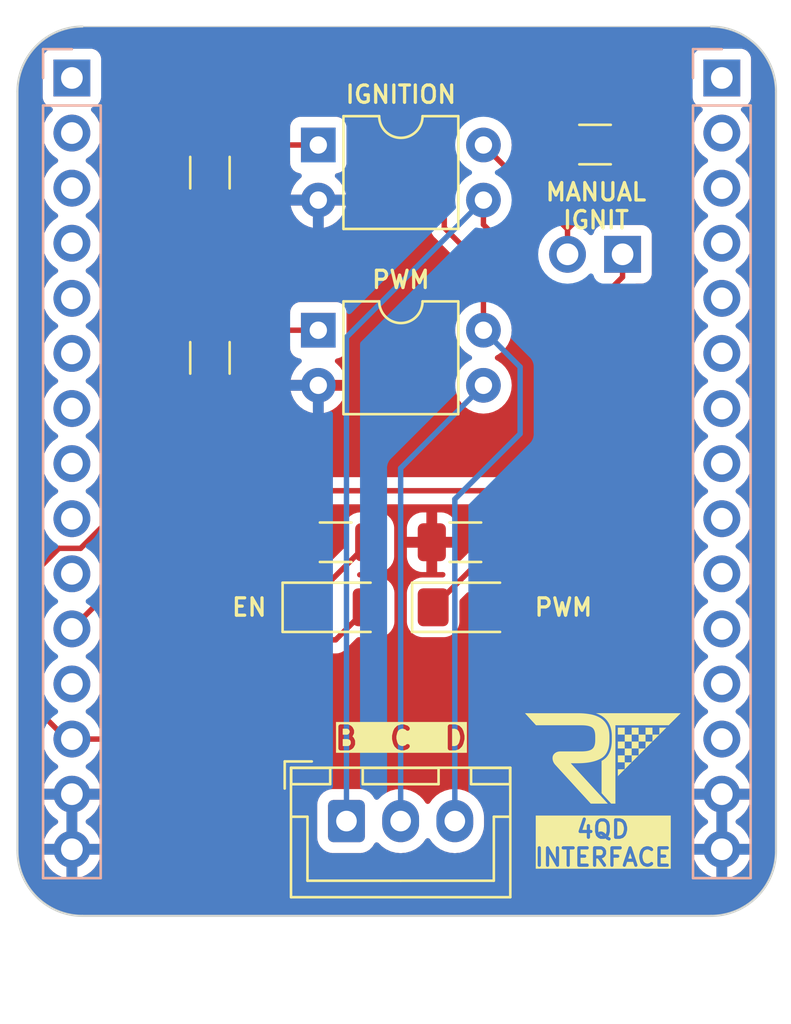
<source format=kicad_pcb>
(kicad_pcb (version 20221018) (generator pcbnew)
  (layers (0 "F.Cu" signal) (31 "B.Cu" signal) (34 "B.Paste" user) (35 "F.Paste" user) (36 "B.SilkS" user "B.Silkscreen") (37 "F.SilkS" user "F.Silkscreen") (38 "B.Mask" user) (39 "F.Mask" user) (44 "Edge.Cuts" user))
  (net 0 "")
  (net 1 "Net-(D1-K)")
  (net 2 "PWM")
  (net 3 "Net-(D2-K)")
  (net 4 "EN")
  (net 5 "/B")
  (net 6 "Net-(J3-Pin_2)")
  (net 7 "/C")
  (net 8 "/D")
  (net 9 "Net-(R1-Pad2)")
  (net 10 "Net-(R2-Pad2)")
  (net 11 "GND")
  (footprint "Resistor_SMD:R_1206_3216Metric_Pad1.30x1.75mm_HandSolder" (layer "F.Cu") (at 127.105 56.91 90)
    (fp_text reference "R1" hide)
    (fp_text value "1k" hide)
    (fp_line (start -0.727064 -0.91) (end 0.727064 -0.91) (stroke (width 0.12)) (layer "F.SilkS"))
    (fp_line (start -0.727064 0.91) (end 0.727064 0.91) (stroke (width 0.12)) (layer "F.SilkS"))
    (pad "1" smd roundrect (at -1.55 0 90) (size 1.3 1.75) (layers "F.Cu" "F.Paste" "F.Mask") (roundrect_rratio 0.1923076923) (net 4 "EN"))
    (pad "2" smd roundrect (at 1.55 0 90) (size 1.3 1.75) (layers "F.Cu" "F.Paste" "F.Mask") (roundrect_rratio 0.1923076923) (net 9 "Net-(R1-Pad2)"))
  )
  (footprint "RaceTrackr:RaceTrackr Interface Board Reference" (layer "F.Cu") (at 135.83632 92.83632)
    (fp_text reference "U3" hide)
    (fp_text value "~")
    (fp_line (start -16.43132 -41.62132) (end -16.43132 -40.29132) (stroke (width 0.12)) (layer "B.SilkS"))
    (fp_line (start -16.43132 -39.02132) (end -16.43132 -3.40132) (stroke (width 0.12)) (layer "B.SilkS"))
    (fp_line (start -15.10132 -41.62132) (end -16.43132 -41.62132) (stroke (width 0.12)) (layer "B.SilkS"))
    (fp_line (start -13.77132 -39.02132) (end -16.43132 -39.02132) (stroke (width 0.12)) (layer "B.SilkS"))
    (fp_line (start -13.77132 -39.02132) (end -13.77132 -3.40132) (stroke (width 0.12)) (layer "B.SilkS"))
    (fp_line (start -13.77132 -3.40132) (end -16.43132 -3.40132) (stroke (width 0.12)) (layer "B.SilkS"))
    (fp_line (start 13.55868 -41.62132) (end 13.55868 -40.29132) (stroke (width 0.12)) (layer "B.SilkS"))
    (fp_line (start 13.55868 -39.02132) (end 13.55868 -3.40132) (stroke (width 0.12)) (layer "B.SilkS"))
    (fp_line (start 14.88868 -41.62132) (end 13.55868 -41.62132) (stroke (width 0.12)) (layer "B.SilkS"))
    (fp_line (start 16.21868 -39.02132) (end 13.55868 -39.02132) (stroke (width 0.12)) (layer "B.SilkS"))
    (fp_line (start 16.21868 -39.02132) (end 16.21868 -3.40132) (stroke (width 0.12)) (layer "B.SilkS"))
    (fp_line (start 16.21868 -3.40132) (end 13.55868 -3.40132) (stroke (width 0.12)) (layer "B.SilkS"))
    (fp_line (start -17.61132 -39.66132) (end -17.61132 -4.66132) (stroke (width 0.1)) (layer "Edge.Cuts"))
    (fp_line (start -14.61132 -42.66132) (end 14.38868 -42.66132) (stroke (width 0.05)) (layer "Edge.Cuts"))
    (fp_line (start -14.61132 -1.66132) (end 14.38868 -1.66132) (stroke (width 0.1)) (layer "Edge.Cuts"))
    (fp_line (start 17.38868 -4.66132) (end 17.38868 -39.66132) (stroke (width 0.1)) (layer "Edge.Cuts"))
    (fp_arc (start -17.61132 -39.66132) (mid -16.73264 -41.78264) (end -14.61132 -42.66132) (stroke (width 0.1)) (layer "Edge.Cuts"))
    (fp_arc (start -14.61132 -1.66132) (mid -16.73264 -2.54) (end -17.61132 -4.66132) (stroke (width 0.1)) (layer "Edge.Cuts"))
    (fp_arc (start 14.38868 -42.66132) (mid 16.51 -41.78264) (end 17.38868 -39.66132) (stroke (width 0.1)) (layer "Edge.Cuts"))
    (fp_arc (start 17.38868 -4.66132) (mid 16.51 -2.54) (end 14.38868 -1.66132) (stroke (width 0.1)) (layer "Edge.Cuts"))
    (pad "1" thru_hole rect (at -15.10132 -40.29132 180) (size 1.7 1.7) (drill 1) (layers "*.Cu" "*.Mask"))
    (pad "2" thru_hole oval (at -15.10132 -37.75132 180) (size 1.7 1.7) (drill 1) (layers "*.Cu" "*.Mask"))
    (pad "3" thru_hole oval (at -15.10132 -35.21132 180) (size 1.7 1.7) (drill 1) (layers "*.Cu" "*.Mask"))
    (pad "4" thru_hole oval (at -15.10132 -32.67132 180) (size 1.7 1.7) (drill 1) (layers "*.Cu" "*.Mask"))
    (pad "5" thru_hole oval (at -15.10132 -30.13132 180) (size 1.7 1.7) (drill 1) (layers "*.Cu" "*.Mask"))
    (pad "6" thru_hole oval (at -15.10132 -27.59132 180) (size 1.7 1.7) (drill 1) (layers "*.Cu" "*.Mask"))
    (pad "7" thru_hole oval (at -15.10132 -25.05132 180) (size 1.7 1.7) (drill 1) (layers "*.Cu" "*.Mask"))
    (pad "8" thru_hole oval (at -15.10132 -22.51132 180) (size 1.7 1.7) (drill 1) (layers "*.Cu" "*.Mask"))
    (pad "9" thru_hole oval (at -15.10132 -19.97132 180) (size 1.7 1.7) (drill 1) (layers "*.Cu" "*.Mask"))
    (pad "10" thru_hole oval (at -15.10132 -17.43132 180) (size 1.7 1.7) (drill 1) (layers "*.Cu" "*.Mask"))
    (pad "11" thru_hole oval (at -15.10132 -14.89132 180) (size 1.7 1.7) (drill 1) (layers "*.Cu" "*.Mask") (net 2 "PWM"))
    (pad "12" thru_hole oval (at -15.10132 -12.35132 180) (size 1.7 1.7) (drill 1) (layers "*.Cu" "*.Mask"))
    (pad "13" thru_hole oval (at -15.10132 -9.81132 180) (size 1.7 1.7) (drill 1) (layers "*.Cu" "*.Mask") (net 4 "EN"))
    (pad "14" thru_hole oval (at -15.10132 -7.27132 180) (size 1.7 1.7) (drill 1) (layers "*.Cu" "*.Mask") (net 11 "GND"))
    (pad "15" thru_hole oval (at -15.10132 -4.73132 180) (size 1.7 1.7) (drill 1) (layers "*.Cu" "*.Mask") (net 11 "GND"))
    (pad "16" thru_hole oval (at 14.88868 -4.73132 180) (size 1.7 1.7) (drill 1) (layers "*.Cu" "*.Mask") (net 11 "GND"))
    (pad "17" thru_hole oval (at 14.88868 -7.27132 180) (size 1.7 1.7) (drill 1) (layers "*.Cu" "*.Mask") (net 11 "GND"))
    (pad "18" thru_hole oval (at 14.88868 -9.81132 180) (size 1.7 1.7) (drill 1) (layers "*.Cu" "*.Mask"))
    (pad "19" thru_hole oval (at 14.88868 -12.35132 180) (size 1.7 1.7) (drill 1) (layers "*.Cu" "*.Mask"))
    (pad "20" thru_hole oval (at 14.88868 -14.89132 180) (size 1.7 1.7) (drill 1) (layers "*.Cu" "*.Mask"))
    (pad "21" thru_hole oval (at 14.88868 -17.43132 180) (size 1.7 1.7) (drill 1) (layers "*.Cu" "*.Mask"))
    (pad "22" thru_hole oval (at 14.88868 -19.97132 180) (size 1.7 1.7) (drill 1) (layers "*.Cu" "*.Mask"))
    (pad "23" thru_hole oval (at 14.88868 -22.51132 180) (size 1.7 1.7) (drill 1) (layers "*.Cu" "*.Mask"))
    (pad "24" thru_hole oval (at 14.88868 -25.05132 180) (size 1.7 1.7) (drill 1) (layers "*.Cu" "*.Mask"))
    (pad "25" thru_hole oval (at 14.88868 -27.59132 180) (size 1.7 1.7) (drill 1) (layers "*.Cu" "*.Mask"))
    (pad "26" thru_hole oval (at 14.88868 -30.13132 180) (size 1.7 1.7) (drill 1) (layers "*.Cu" "*.Mask"))
    (pad "27" thru_hole oval (at 14.88868 -32.67132 180) (size 1.7 1.7) (drill 1) (layers "*.Cu" "*.Mask"))
    (pad "28" thru_hole oval (at 14.88868 -35.21132 180) (size 1.7 1.7) (drill 1) (layers "*.Cu" "*.Mask"))
    (pad "29" thru_hole oval (at 14.88868 -37.75132 180) (size 1.7 1.7) (drill 1) (layers "*.Cu" "*.Mask"))
    (pad "30" thru_hole rect (at 14.88868 -40.29132 180) (size 1.7 1.7) (drill 1) (layers "*.Cu" "*.Mask"))
  )
  (footprint "Package_DIP:DIP-4_W7.62mm" (layer "F.Cu") (at 132.105 55.635)
    (fp_text reference "IGNITION" (at 3.81 -2.33) (layer "F.SilkS") (effects (font (size 0.8 0.8))))
    (fp_text value "PC817" hide)
    (fp_line (start 1.16 -1.33) (end 1.16 3.87) (stroke (width 0.12)) (layer "F.SilkS"))
    (fp_line (start 1.16 3.87) (end 6.46 3.87) (stroke (width 0.12)) (layer "F.SilkS"))
    (fp_line (start 2.81 -1.33) (end 1.16 -1.33) (stroke (width 0.12)) (layer "F.SilkS"))
    (fp_line (start 6.46 -1.33) (end 4.81 -1.33) (stroke (width 0.12)) (layer "F.SilkS"))
    (fp_line (start 6.46 3.87) (end 6.46 -1.33) (stroke (width 0.12)) (layer "F.SilkS"))
    (fp_arc (start 4.81 -1.33) (mid 3.81 -0.33) (end 2.81 -1.33) (stroke (width 0.12)) (layer "F.SilkS"))
    (pad "1" thru_hole rect (at 0 0) (size 1.6 1.6) (drill 0.8) (layers "*.Cu" "*.Mask") (net 9 "Net-(R1-Pad2)"))
    (pad "2" thru_hole oval (at 0 2.54) (size 1.6 1.6) (drill 0.8) (layers "*.Cu" "*.Mask") (net 11 "GND"))
    (pad "3" thru_hole oval (at 7.62 2.54) (size 1.6 1.6) (drill 0.8) (layers "*.Cu" "*.Mask") (net 5 "/B"))
    (pad "4" thru_hole oval (at 7.62 0) (size 1.6 1.6) (drill 0.8) (layers "*.Cu" "*.Mask") (net 6 "Net-(J3-Pin_2)"))
  )
  (footprint "Resistor_SMD:R_1206_3216Metric_Pad1.30x1.75mm_HandSolder" (layer "F.Cu") (at 144.875 55.615)
    (fp_text reference "R3" hide)
    (fp_text value "10k" hide)
    (fp_line (start -0.727064 -0.91) (end 0.727064 -0.91) (stroke (width 0.12)) (layer "F.SilkS"))
    (fp_line (start -0.727064 0.91) (end 0.727064 0.91) (stroke (width 0.12)) (layer "F.SilkS"))
    (pad "1" smd roundrect (at -1.55 0) (size 1.3 1.75) (layers "F.Cu" "F.Paste" "F.Mask") (roundrect_rratio 0.1923076923) (net 8 "/D"))
    (pad "2" smd roundrect (at 1.55 0) (size 1.3 1.75) (layers "F.Cu" "F.Paste" "F.Mask") (roundrect_rratio 0.1923076923) (net 6 "Net-(J3-Pin_2)"))
  )
  (footprint "Connector_PinHeader_2.54mm:PinHeader_1x02_P2.54mm_Horizontal" (layer "F.Cu") (at 146.145 60.675 -90)
    (fp_text reference "J3" hide)
    (fp_text value "IGNITION SWITCH" hide)
    (pad "1" thru_hole rect (at 0 0 270) (size 1.7 1.7) (drill 1) (layers "*.Cu" "*.Mask") (net 5 "/B"))
    (pad "2" thru_hole oval (at 0 2.54 270) (size 1.7 1.7) (drill 1) (layers "*.Cu" "*.Mask") (net 6 "Net-(J3-Pin_2)"))
  )
  (footprint "Resistor_SMD:R_1206_3216Metric_Pad1.30x1.75mm_HandSolder" (layer "F.Cu") (at 138.8925 73.95)
    (fp_text reference "R4" hide)
    (fp_text value "10k" hide)
    (fp_line (start -0.727064 -0.91) (end 0.727064 -0.91) (stroke (width 0.12)) (layer "F.SilkS"))
    (fp_line (start -0.727064 0.91) (end 0.727064 0.91) (stroke (width 0.12)) (layer "F.SilkS"))
    (pad "1" smd roundrect (at -1.55 0) (size 1.3 1.75) (layers "F.Cu" "F.Paste" "F.Mask") (roundrect_rratio 0.1923076923) (net 11 "GND"))
    (pad "2" smd roundrect (at 1.55 0) (size 1.3 1.75) (layers "F.Cu" "F.Paste" "F.Mask") (roundrect_rratio 0.1923076923) (net 1 "Net-(D1-K)"))
  )
  (footprint "Resistor_SMD:R_1206_3216Metric_Pad1.30x1.75mm_HandSolder" (layer "F.Cu") (at 132.905 73.95)
    (fp_text reference "R5" hide)
    (fp_text value "10k" hide)
    (fp_line (start -0.727064 -0.91) (end 0.727064 -0.91) (stroke (width 0.12)) (layer "F.SilkS"))
    (fp_line (start -0.727064 0.91) (end 0.727064 0.91) (stroke (width 0.12)) (layer "F.SilkS"))
    (pad "1" smd roundrect (at -1.55 0) (size 1.3 1.75) (layers "F.Cu" "F.Paste" "F.Mask") (roundrect_rratio 0.1923076923) (net 11 "GND"))
    (pad "2" smd roundrect (at 1.55 0) (size 1.3 1.75) (layers "F.Cu" "F.Paste" "F.Mask") (roundrect_rratio 0.1923076923) (net 3 "Net-(D2-K)"))
  )
  (footprint "Connector_JST:JST_XH_B3B-XH-A_1x03_P2.50mm_Vertical" (layer "F.Cu") (at 133.405 86.805)
    (fp_text reference "J4" hide)
    (fp_text value "Conn_01x03_Pin" hide)
    (fp_line (start -2.85 -2.75) (end -2.85 -1.5) (stroke (width 0.12)) (layer "F.SilkS"))
    (fp_line (start -2.56 -2.46) (end -2.56 3.51) (stroke (width 0.12)) (layer "F.SilkS"))
    (fp_line (start -2.56 3.51) (end 7.56 3.51) (stroke (width 0.12)) (layer "F.SilkS"))
    (fp_line (start -2.55 -2.45) (end -2.55 -1.7) (stroke (width 0.12)) (layer "F.SilkS"))
    (fp_line (start -2.55 -1.7) (end -0.75 -1.7) (stroke (width 0.12)) (layer "F.SilkS"))
    (fp_line (start -2.55 -0.2) (end -1.8 -0.2) (stroke (width 0.12)) (layer "F.SilkS"))
    (fp_line (start -1.8 -0.2) (end -1.8 2.75) (stroke (width 0.12)) (layer "F.SilkS"))
    (fp_line (start -1.8 2.75) (end 2.5 2.75) (stroke (width 0.12)) (layer "F.SilkS"))
    (fp_line (start -1.6 -2.75) (end -2.85 -2.75) (stroke (width 0.12)) (layer "F.SilkS"))
    (fp_line (start -0.75 -2.45) (end -2.55 -2.45) (stroke (width 0.12)) (layer "F.SilkS"))
    (fp_line (start -0.75 -1.7) (end -0.75 -2.45) (stroke (width 0.12)) (layer "F.SilkS"))
    (fp_line (start 0.75 -2.45) (end 0.75 -1.7) (stroke (width 0.12)) (layer "F.SilkS"))
    (fp_line (start 0.75 -1.7) (end 4.25 -1.7) (stroke (width 0.12)) (layer "F.SilkS"))
    (fp_line (start 4.25 -2.45) (end 0.75 -2.45) (stroke (width 0.12)) (layer "F.SilkS"))
    (fp_line (start 4.25 -1.7) (end 4.25 -2.45) (stroke (width 0.12)) (layer "F.SilkS"))
    (fp_line (start 5.75 -2.45) (end 5.75 -1.7) (stroke (width 0.12)) (layer "F.SilkS"))
    (fp_line (start 5.75 -1.7) (end 7.55 -1.7) (stroke (width 0.12)) (layer "F.SilkS"))
    (fp_line (start 6.8 -0.2) (end 6.8 2.75) (stroke (width 0.12)) (layer "F.SilkS"))
    (fp_line (start 6.8 2.75) (end 2.5 2.75) (stroke (width 0.12)) (layer "F.SilkS"))
    (fp_line (start 7.55 -2.45) (end 5.75 -2.45) (stroke (width 0.12)) (layer "F.SilkS"))
    (fp_line (start 7.55 -1.7) (end 7.55 -2.45) (stroke (width 0.12)) (layer "F.SilkS"))
    (fp_line (start 7.55 -0.2) (end 6.8 -0.2) (stroke (width 0.12)) (layer "F.SilkS"))
    (fp_line (start 7.56 -2.46) (end -2.56 -2.46) (stroke (width 0.12)) (layer "F.SilkS"))
    (fp_line (start 7.56 3.51) (end 7.56 -2.46) (stroke (width 0.12)) (layer "F.SilkS"))
    (pad "1" thru_hole roundrect (at 0 0) (size 1.7 1.95) (drill 0.95) (layers "*.Cu" "*.Mask") (roundrect_rratio 0.1470588235) (net 5 "/B"))
    (pad "2" thru_hole oval (at 2.5 0) (size 1.7 1.95) (drill 0.95) (layers "*.Cu" "*.Mask") (net 7 "/C"))
    (pad "3" thru_hole oval (at 5 0) (size 1.7 1.95) (drill 0.95) (layers "*.Cu" "*.Mask") (net 8 "/D"))
  )
  (footprint "LED_SMD:LED_1206_3216Metric_Pad1.42x1.75mm_HandSolder" (layer "F.Cu") (at 132.9175 76.95)
    (fp_text reference "D2" hide)
    (fp_text value "RED" hide)
    (fp_line (start -2.46 -1.135) (end -2.46 1.135) (stroke (width 0.12)) (layer "F.SilkS"))
    (fp_line (start -2.46 1.135) (end 1.6 1.135) (stroke (width 0.12)) (layer "F.SilkS"))
    (fp_line (start 1.6 -1.135) (end -2.46 -1.135) (stroke (width 0.12)) (layer "F.SilkS"))
    (pad "1" smd roundrect (at -1.4875 0) (size 1.425 1.75) (layers "F.Cu" "F.Paste" "F.Mask") (roundrect_rratio 0.1754392982) (net 3 "Net-(D2-K)"))
    (pad "2" smd roundrect (at 1.4875 0) (size 1.425 1.75) (layers "F.Cu" "F.Paste" "F.Mask") (roundrect_rratio 0.1754392982) (net 4 "EN"))
  )
  (footprint "Resistor_SMD:R_1206_3216Metric_Pad1.30x1.75mm_HandSolder" (layer "F.Cu") (at 127.105 65.45 90)
    (fp_text reference "R2" hide)
    (fp_text value "1k" hide)
    (fp_line (start -0.727064 -0.91) (end 0.727064 -0.91) (stroke (width 0.12)) (layer "F.SilkS"))
    (fp_line (start -0.727064 0.91) (end 0.727064 0.91) (stroke (width 0.12)) (layer "F.SilkS"))
    (pad "1" smd roundrect (at -1.55 0 90) (size 1.3 1.75) (layers "F.Cu" "F.Paste" "F.Mask") (roundrect_rratio 0.1923076923) (net 2 "PWM"))
    (pad "2" smd roundrect (at 1.55 0 90) (size 1.3 1.75) (layers "F.Cu" "F.Paste" "F.Mask") (roundrect_rratio 0.1923076923) (net 10 "Net-(R2-Pad2)"))
  )
  (footprint "Package_DIP:DIP-4_W7.62mm" (layer "F.Cu") (at 132.105 64.175)
    (fp_text reference "PWM" (at 3.81 -2.33) (layer "F.SilkS") (effects (font (size 0.8 0.8))))
    (fp_text value "PC817" hide)
    (fp_line (start 1.16 -1.33) (end 1.16 3.87) (stroke (width 0.12)) (layer "F.SilkS"))
    (fp_line (start 1.16 3.87) (end 6.46 3.87) (stroke (width 0.12)) (layer "F.SilkS"))
    (fp_line (start 2.81 -1.33) (end 1.16 -1.33) (stroke (width 0.12)) (layer "F.SilkS"))
    (fp_line (start 6.46 -1.33) (end 4.81 -1.33) (stroke (width 0.12)) (layer "F.SilkS"))
    (fp_line (start 6.46 3.87) (end 6.46 -1.33) (stroke (width 0.12)) (layer "F.SilkS"))
    (fp_arc (start 4.81 -1.33) (mid 3.81 -0.33) (end 2.81 -1.33) (stroke (width 0.12)) (layer "F.SilkS"))
    (pad "1" thru_hole rect (at 0 0) (size 1.6 1.6) (drill 0.8) (layers "*.Cu" "*.Mask") (net 10 "Net-(R2-Pad2)"))
    (pad "2" thru_hole oval (at 0 2.54) (size 1.6 1.6) (drill 0.8) (layers "*.Cu" "*.Mask") (net 11 "GND"))
    (pad "3" thru_hole oval (at 7.62 2.54) (size 1.6 1.6) (drill 0.8) (layers "*.Cu" "*.Mask") (net 7 "/C"))
    (pad "4" thru_hole oval (at 7.62 0) (size 1.6 1.6) (drill 0.8) (layers "*.Cu" "*.Mask") (net 8 "/D"))
  )
  (footprint "LED_SMD:LED_1206_3216Metric_Pad1.42x1.75mm_HandSolder" (layer "F.Cu") (at 138.8925 76.95)
    (fp_text reference "D1" hide)
    (fp_text value "RED" hide)
    (fp_line (start -2.46 -1.135) (end -2.46 1.135) (stroke (width 0.12)) (layer "F.SilkS"))
    (fp_line (start -2.46 1.135) (end 1.6 1.135) (stroke (width 0.12)) (layer "F.SilkS"))
    (fp_line (start 1.6 -1.135) (end -2.46 -1.135) (stroke (width 0.12)) (layer "F.SilkS"))
    (pad "1" smd roundrect (at -1.4875 0) (size 1.425 1.75) (layers "F.Cu" "F.Paste" "F.Mask") (roundrect_rratio 0.1754392982) (net 1 "Net-(D1-K)"))
    (pad "2" smd roundrect (at 1.4875 0) (size 1.425 1.75) (layers "F.Cu" "F.Paste" "F.Mask") (roundrect_rratio 0.1754392982) (net 2 "PWM"))
  )
  (gr_poly (pts (xy 146.246272 82.81878) (xy 145.926602 82.81878) (xy 145.926602 82.49911) (xy 146.246272 82.49911)) (fill solid) (layer "F.SilkS"))
  (gr_poly (pts (xy 147.52458 83.138264) (xy 147.52458 82.818595) (xy 147.844249 82.818595)) (fill solid) (layer "F.SilkS"))
  (gr_poly (pts (xy 147.844249 82.818595) (xy 147.844249 82.49911) (xy 148.163734 82.49911)) (fill solid) (layer "F.SilkS"))
  (gr_poly (pts (xy 146.565756 83.777603) (xy 146.246087 83.777603) (xy 146.246087 83.457934) (xy 146.565756 83.457934)) (fill solid) (layer "F.SilkS"))
  (gr_poly (pts (xy 146.885426 82.81878) (xy 146.565756 82.81878) (xy 146.565756 82.49911) (xy 146.885426 82.49911)) (fill solid) (layer "F.SilkS"))
  (gr_poly (pts (xy 146.565756 83.138264) (xy 146.246087 83.138264) (xy 146.246087 82.818595) (xy 146.565756 82.818595)) (fill solid) (layer "F.SilkS"))
  (gr_poly (pts (xy 148.274674 82.3878) (xy 148.180217 82.38817) (xy 145.815107 82.38817) (xy 145.815107 86.001029) (xy 145.61786 86.001029) (xy 145.548592 85.925835) (xy 145.175953 85.520413) (xy 145.175953 84.029672) (xy 145.179951 84.02755) (xy 145.18401 84.025479) (xy 145.192205 84.021407) (xy 145.19629 84.019368) (xy 145.200331 84.0173) (xy 145.204303 84.015185) (xy 145.208179 84.013003) (xy 145.26149 83.979592) (xy 145.311405 83.942638) (xy 145.357917 83.902156) (xy 145.401022 83.858157) (xy 145.440712 83.810656) (xy 145.476982 83.759664) (xy 145.509827 83.705195) (xy 145.539239 83.647263) (xy 145.565214 83.585879) (xy 145.587744 83.521058) (xy 145.606825 83.452812) (xy 145.62245 83.381153) (xy 145.634613 83.306096) (xy 145.643308 83.227653) (xy 145.64853 83.145837) (xy 145.650272 83.060662) (xy 145.650272 82.910643) (xy 145.649797 82.868261) (xy 145.648372 82.826685) (xy 145.645999 82.785926) (xy 145.642678 82.74599) (xy 145.638411 82.706887) (xy 145.633199 82.668624) (xy 145.627043 82.63121) (xy 145.619944 82.594655) (xy 145.611903 82.558965) (xy 145.60292 82.524149) (xy 145.592999 82.490216) (xy 145.582138 82.457175) (xy 145.57034 82.425033) (xy 145.557605 82.393799) (xy 145.543935 82.363482) (xy 145.529331 82.33409) (xy 145.513754 82.305204) (xy 145.49738 82.277032) (xy 145.480212 82.249579) (xy 145.462256 82.222849) (xy 145.443517 82.196848) (xy 145.423999 82.171582) (xy 145.403707 82.147056) (xy 145.382646 82.123276) (xy 145.360821 82.100247) (xy 145.338237 82.077974) (xy 145.314899 82.056463) (xy 145.290811 82.035719) (xy 145.265979 82.015748) (xy 145.240408 81.996555) (xy 145.214102 81.978145) (xy 145.187066 81.960524) (xy 145.155496 81.941473) (xy 145.123036 81.923335) (xy 145.089716 81.906087) (xy 145.055568 81.889705) (xy 145.020621 81.874166) (xy 144.984905 81.859444) (xy 144.948452 81.845517) (xy 144.911291 81.83236) (xy 146.856719 81.83236) (xy 148.690837 81.832175) (xy 148.830299 81.832175)) (fill solid) (layer "F.SilkS"))
  (gr_poly (pts (xy 141.854057 81.832731) (xy 144.099522 81.832731) (xy 144.17527 81.833512) (xy 144.249717 81.835856) (xy 144.322867 81.839763) (xy 144.394721 81.845232) (xy 144.465281 81.852264) (xy 144.53455 81.860859) (xy 144.60253 81.871017) (xy 144.669223 81.882737) (xy 144.701944 81.88927) (xy 144.734126 81.896367) (xy 144.765769 81.904029) (xy 144.796872 81.912254) (xy 144.827434 81.921045) (xy 144.857456 81.930399) (xy 144.886936 81.940318) (xy 144.915874 81.950801) (xy 144.944269 81.961848) (xy 144.972122 81.97346) (xy 144.99943 81.985636) (xy 145.026194 81.998376) (xy 145.052414 82.011681) (xy 145.078088 82.02555) (xy 145.103217 82.039983) (xy 145.127799 82.054981) (xy 145.15174 82.070597) (xy 145.175017 82.086886) (xy 145.197628 82.103847) (xy 145.219572 82.121482) (xy 145.240849 82.139789) (xy 145.261458 82.15877) (xy 145.281398 82.178423) (xy 145.300667 82.198749) (xy 145.319267 82.219747) (xy 145.337194 82.241419) (xy 145.35445 82.263763) (xy 145.371032 82.28678) (xy 145.386941 82.31047) (xy 145.402174 82.334833) (xy 145.416733 82.359869) (xy 145.430614 82.385577) (xy 145.443767 82.412046) (xy 145.456069 82.439361) (xy 145.467521 82.467522) (xy 145.478123 82.496532) (xy 145.487875 82.526388) (xy 145.496778 82.557093) (xy 145.504832 82.588646) (xy 145.512036 82.621047) (xy 145.518393 82.654296) (xy 145.5239 82.688395) (xy 145.52856 82.723343) (xy 145.532372 82.75914) (xy 145.535336 82.795787) (xy 145.537453 82.833283) (xy 145.538723 82.871631) (xy 145.539146 82.910828) (xy 145.539146 83.060847) (xy 145.537636 83.138452) (xy 145.533105 83.212845) (xy 145.525553 83.284025) (xy 145.520645 83.31841) (xy 145.514982 83.351991) (xy 145.508565 83.38477) (xy 145.501392 83.416745) (xy 145.493466 83.447917) (xy 145.484784 83.478285) (xy 145.475348 83.50785) (xy 145.465158 83.536611) (xy 145.454213 83.564569) (xy 145.442514 83.591723) (xy 145.430061 83.618074) (xy 145.416853 83.643621) (xy 145.402892 83.668365) (xy 145.388176 83.692304) (xy 145.372707 83.71544) (xy 145.356483 83.737772) (xy 145.339506 83.759301) (xy 145.321775 83.780025) (xy 145.303291 83.799946) (xy 145.284053 83.819063) (xy 145.264061 83.837376) (xy 145.243316 83.854885) (xy 145.221817 83.87159) (xy 145.199565 83.88749) (xy 145.17656 83.902587) (xy 145.152802 83.91688) (xy 145.103295 83.943793) (xy 145.051382 83.96897) (xy 144.997064 83.99241) (xy 144.940339 84.014114) (xy 144.881207 84.034082) (xy 144.819668 84.052313) (xy 144.75572 84.068809) (xy 144.689364 84.083567) (xy 144.620599 84.09659) (xy 144.549424 84.107876) (xy 144.475839 84.117426) (xy 144.399843 84.125239) (xy 144.321436 84.131316) (xy 144.240617 84.135657) (xy 144.157385 84.138262) (xy 144.071741 84.13913) (xy 143.75485 84.13913) (xy 145.175953 85.684508) (xy 145.466916 86.000844) (xy 144.677558 86.000844) (xy 143.043465 84.216547) (xy 143.033253 84.205348) (xy 143.023453 84.193975) (xy 143.014066 84.182428) (xy 143.005092 84.170708) (xy 142.996529 84.158814) (xy 142.98838 84.146747) (xy 142.980642 84.134505) (xy 142.973317 84.122091) (xy 142.966404 84.109502) (xy 142.959904 84.09674) (xy 142.953816 84.083805) (xy 142.94814 84.070695) (xy 142.942877 84.057413) (xy 142.938026 84.043956) (xy 142.933587 84.030326) (xy 142.929561 84.016522) (xy 142.925937 84.002666) (xy 142.922772 83.988948) (xy 142.920068 83.975366) (xy 142.917824 83.96192) (xy 142.91604 83.948609) (xy 142.914716 83.935431) (xy 142.913852 83.922386) (xy 142.913448 83.909472) (xy 142.913505 83.896688) (xy 142.914021 83.884033) (xy 142.914998 83.871506) (xy 142.916435 83.859107) (xy 142.918332 83.846833) (xy 142.920689 83.834684) (xy 142.923506 83.822658) (xy 142.926783 83.810756) (xy 142.930506 83.799771) (xy 142.934727 83.788974) (xy 142.939448 83.778366) (xy 142.944667 83.767946) (xy 142.950386 83.757717) (xy 142.956605 83.747678) (xy 142.963322 83.737831) (xy 142.970539 83.728176) (xy 142.978254 83.718714) (xy 142.986469 83.709446) (xy 142.995184 83.700373) (xy 143.004397 83.691496) (xy 143.01411 83.682815) (xy 143.024321 83.674331) (xy 143.035032 83.666046) (xy 143.046243 83.657959) (xy 143.057919 83.650221) (xy 143.069961 83.642983) (xy 143.082368 83.636244) (xy 143.09514 83.630004) (xy 143.108279 83.624263) (xy 143.121783 83.619022) (xy 143.135653 83.614279) (xy 143.14989 83.610036) (xy 143.164493 83.606292) (xy 143.179464 83.603047) (xy 143.194802 83.600302) (xy 143.210508 83.598055) (xy 143.226581 83.596308) (xy 143.243023 83.59506) (xy 143.259833 83.594312) (xy 143.277012 83.594062) (xy 144.238614 83.594062) (xy 144.282903 83.59363) (xy 144.325482 83.592333) (xy 144.366349 83.590171) (xy 144.405504 83.587143) (xy 144.442947 83.583247) (xy 144.478676 83.578484) (xy 144.512693 83.572852) (xy 144.544995 83.56635) (xy 144.575582 83.558978) (xy 144.604454 83.550735) (xy 144.631611 83.54162) (xy 144.657052 83.531632) (xy 144.680775 83.520771) (xy 144.702781 83.509035) (xy 144.72307 83.496424) (xy 144.74164 83.482937) (xy 144.758829 83.468339) (xy 144.774908 83.452257) (xy 144.789876 83.434692) (xy 144.803734 83.415645) (xy 144.816481 83.395117) (xy 144.828119 83.373109) (xy 144.838646 83.34962) (xy 144.848065 83.324653) (xy 144.856374 83.298208) (xy 144.863575 83.270285) (xy 144.869667 83.240887) (xy 144.874651 83.210012) (xy 144.878527 83.177663) (xy 144.881295 83.14384) (xy 144.882956 83.108543) (xy 144.883509 83.071774) (xy 144.883509 82.899345) (xy 144.882956 82.8626) (xy 144.881295 82.827375) (xy 144.878527 82.793668) (xy 144.874651 82.761481) (xy 144.869667 82.730813) (xy 144.863575 82.701664) (xy 144.856374 82.674035) (xy 144.848065 82.647925) (xy 144.838646 82.623334) (xy 144.828119 82.600263) (xy 144.822439 82.589297) (xy 144.816481 82.578711) (xy 144.810246 82.568504) (xy 144.803734 82.558678) (xy 144.796944 82.549231) (xy 144.789876 82.540164) (xy 144.782531 82.531477) (xy 144.774908 82.52317) (xy 144.767008 82.515242) (xy 144.758829 82.507695) (xy 144.750373 82.500527) (xy 144.74164 82.493739) (xy 144.72307 82.480986) (xy 144.702781 82.46905) (xy 144.680775 82.457931) (xy 144.657052 82.447631) (xy 144.631611 82.43815) (xy 144.604454 82.42949) (xy 144.575582 82.42165) (xy 144.544995 82.414632) (xy 144.512693 82.408437) (xy 144.478676 82.403065) (xy 144.442947 82.398517) (xy 144.405504 82.394794) (xy 144.366349 82.391898) (xy 144.325482 82.389828) (xy 144.282903 82.388585) (xy 144.238614 82.38817) (xy 142.15076 82.38817) (xy 141.641067 81.832175)) (fill solid) (layer "F.SilkS"))
  (gr_poly (pts (xy 145.926602 84.736241) (xy 145.926602 84.416757) (xy 146.246087 84.416757)) (fill solid) (layer "F.SilkS"))
  (gr_poly (pts (xy 147.205096 83.138264) (xy 146.885426 83.138264) (xy 146.885426 82.818595) (xy 147.205096 82.818595)) (fill solid) (layer "F.SilkS"))
  (gr_poly (pts (xy 146.246272 83.457934) (xy 145.926602 83.457934) (xy 145.926602 83.138264) (xy 146.246272 83.138264)) (fill solid) (layer "F.SilkS"))
  (gr_poly (pts (xy 146.246087 84.416757) (xy 146.246087 84.097088) (xy 146.565756 84.097088)) (fill solid) (layer "F.SilkS"))
  (gr_poly (pts (xy 146.246272 84.097088) (xy 145.926602 84.097088) (xy 145.926602 83.777418) (xy 146.246272 83.777418)) (fill solid) (layer "F.SilkS"))
  (gr_poly (pts (xy 146.885426 83.457934) (xy 146.565756 83.457934) (xy 146.565756 83.138264) (xy 146.885426 83.138264)) (fill solid) (layer "F.SilkS"))
  (gr_poly (pts (xy 146.565756 84.097088) (xy 146.565756 83.777418) (xy 146.885426 83.777418)) (fill solid) (layer "F.SilkS"))
  (gr_poly (pts (xy 147.20491 83.457934) (xy 147.20491 83.138264) (xy 147.52458 83.138264)) (fill solid) (layer "F.SilkS"))
  (gr_poly (pts (xy 146.885426 83.777418) (xy 146.885426 83.457934) (xy 147.20491 83.457934)) (fill solid) (layer "F.SilkS"))
  (gr_poly (pts (xy 147.52458 82.81878) (xy 147.20491 82.81878) (xy 147.20491 82.49911) (xy 147.52458 82.49911)) (fill solid) (layer "F.SilkS"))
  (gr_text "B  C  D" (at 135.9175 82.995) (layer "F.SilkS" knockout) (effects (font (size 1 1) (thickness 0.2) bold)))
  (gr_text "EN" (at 128.9175 76.95) (layer "F.SilkS") (effects (font (size 0.8 0.8) (thickness 0.15) bold)))
  (gr_text "MANUAL\nIGNIT" (at 144.9175 58.45) (layer "F.SilkS") (effects (font (size 0.8 0.8))))
  (gr_text "PWM" (at 143.4175 76.95) (layer "F.SilkS") (effects (font (size 0.8 0.8) (thickness 0.15) bold)))
  (gr_text "4QD\nINTERFACE" (at 145.235683 87.832731) (layer "F.SilkS" knockout) (effects (font (size 0.8 0.8))))
  (segment (start 140.405 73.95) (end 140.4425 73.95) (width 0.25) (layer "F.Cu") (net 1))
  (segment (start 137.405 76.95) (end 140.405 73.95) (width 0.25) (layer "F.Cu") (net 1))
  (segment (start 141.0425 71.575) (end 141.9175 72.45) (width 0.25) (layer "F.Cu") (net 2))
  (segment (start 127.105 71.575) (end 120.735 77.945) (width 0.25) (layer "F.Cu") (net 2))
  (segment (start 127.105 67) (end 127.105 71.575) (width 0.25) (layer "F.Cu") (net 2))
  (segment (start 141.9175 75.4125) (end 140.38 76.95) (width 0.25) (layer "F.Cu") (net 2))
  (segment (start 127.105 71.575) (end 141.0425 71.575) (width 0.25) (layer "F.Cu") (net 2))
  (segment (start 141.9175 72.45) (end 141.9175 75.4125) (width 0.25) (layer "F.Cu") (net 2))
  (segment (start 131.43 76.95) (end 131.455 76.95) (width 0.25) (layer "F.Cu") (net 3))
  (segment (start 131.455 76.95) (end 134.455 73.95) (width 0.25) (layer "F.Cu") (net 3))
  (segment (start 134.405 76.95) (end 132.905 78.45) (width 0.25) (layer "F.Cu") (net 4))
  (segment (start 130.9175 78.45) (end 126.3425 83.025) (width 0.25) (layer "F.Cu") (net 4))
  (segment (start 118.9175 81.45) (end 120.4925 83.025) (width 0.25) (layer "F.Cu") (net 4))
  (segment (start 120.4925 83.025) (end 120.735 83.025) (width 0.25) (layer "F.Cu") (net 4))
  (segment (start 120.1375 74.23) (end 118.9175 75.45) (width 0.25) (layer "F.Cu") (net 4))
  (segment (start 125.905 69.4625) (end 121.1375 74.23) (width 0.25) (layer "F.Cu") (net 4))
  (segment (start 126.3425 83.025) (end 120.735 83.025) (width 0.25) (layer "F.Cu") (net 4))
  (segment (start 125.905 59.66) (end 125.905 69.4625) (width 0.25) (layer "F.Cu") (net 4))
  (segment (start 121.1375 74.23) (end 120.1375 74.23) (width 0.25) (layer "F.Cu") (net 4))
  (segment (start 127.105 58.46) (end 125.905 59.66) (width 0.25) (layer "F.Cu") (net 4))
  (segment (start 132.905 78.45) (end 130.9175 78.45) (width 0.25) (layer "F.Cu") (net 4))
  (segment (start 118.9175 75.45) (end 118.9175 81.45) (width 0.25) (layer "F.Cu") (net 4))
  (segment (start 139.725 58.175) (end 139.725 59.30637) (width 0.25) (layer "F.Cu") (net 5))
  (segment (start 146.145 61.7225) (end 146.145 60.675) (width 0.25) (layer "F.Cu") (net 5))
  (segment (start 142.86863 62.45) (end 145.4175 62.45) (width 0.25) (layer "F.Cu") (net 5))
  (segment (start 145.4175 62.45) (end 146.145 61.7225) (width 0.25) (layer "F.Cu") (net 5))
  (segment (start 139.725 59.30637) (end 142.86863 62.45) (width 0.25) (layer "F.Cu") (net 5))
  (segment (start 133.405 64.495) (end 139.725 58.175) (width 0.25) (layer "B.Cu") (net 5))
  (segment (start 133.405 86.805) (end 133.405 64.495) (width 0.25) (layer "B.Cu") (net 5))
  (segment (start 146.425 56.695) (end 143.605 59.515) (width 0.25) (layer "F.Cu") (net 6))
  (segment (start 143.605 59.515) (end 143.605 60.675) (width 0.25) (layer "F.Cu") (net 6))
  (segment (start 139.725 55.635) (end 143.605 59.515) (width 0.25) (layer "F.Cu") (net 6))
  (segment (start 146.425 55.615) (end 146.425 56.695) (width 0.25) (layer "F.Cu") (net 6))
  (segment (start 135.905 86.805) (end 135.905 70.535) (width 0.25) (layer "B.Cu") (net 7))
  (segment (start 135.905 70.535) (end 139.725 66.715) (width 0.25) (layer "B.Cu") (net 7))
  (segment (start 137.9175 54.95) (end 138.9175 53.95) (width 0.25) (layer "F.Cu") (net 8))
  (segment (start 139.725 61.2575) (end 137.9175 59.45) (width 0.25) (layer "F.Cu") (net 8))
  (segment (start 143.325 54.8575) (end 143.325 55.615) (width 0.25) (layer "F.Cu") (net 8))
  (segment (start 138.9175 53.95) (end 142.4175 53.95) (width 0.25) (layer "F.Cu") (net 8))
  (segment (start 139.725 64.175) (end 139.725 61.2575) (width 0.25) (layer "F.Cu") (net 8))
  (segment (start 142.4175 53.95) (end 143.325 54.8575) (width 0.25) (layer "F.Cu") (net 8))
  (segment (start 137.9175 59.45) (end 137.9175 54.95) (width 0.25) (layer "F.Cu") (net 8))
  (segment (start 141.4175 68.95) (end 141.4175 65.8675) (width 0.25) (layer "B.Cu") (net 8))
  (segment (start 138.405 86.805) (end 138.405 71.9625) (width 0.25) (layer "B.Cu") (net 8))
  (segment (start 138.405 71.9625) (end 141.4175 68.95) (width 0.25) (layer "B.Cu") (net 8))
  (segment (start 141.4175 65.8675) (end 139.725 64.175) (width 0.25) (layer "B.Cu") (net 8))
  (segment (start 127.105 55.36) (end 127.38 55.635) (width 0.25) (layer "F.Cu") (net 9))
  (segment (start 127.38 55.635) (end 132.105 55.635) (width 0.25) (layer "F.Cu") (net 9))
  (segment (start 127.38 64.175) (end 132.105 64.175) (width 0.25) (layer "F.Cu") (net 10))
  (segment (start 127.105 63.9) (end 127.38 64.175) (width 0.25) (layer "F.Cu") (net 10))
  (zone (net 11) (net_name "GND") (layers "F&B.Cu") (connect_pads (clearance 0.5)) (min_thickness 0.25) (fill yes (thermal_gap 0.5) (thermal_bridge_width 0.5))
    (polygon (pts (xy 117.4175 49.45) (xy 153.9175 48.95) (xy 153.9175 91.95) (xy 117.9175 91.95)))
  )
)
</source>
